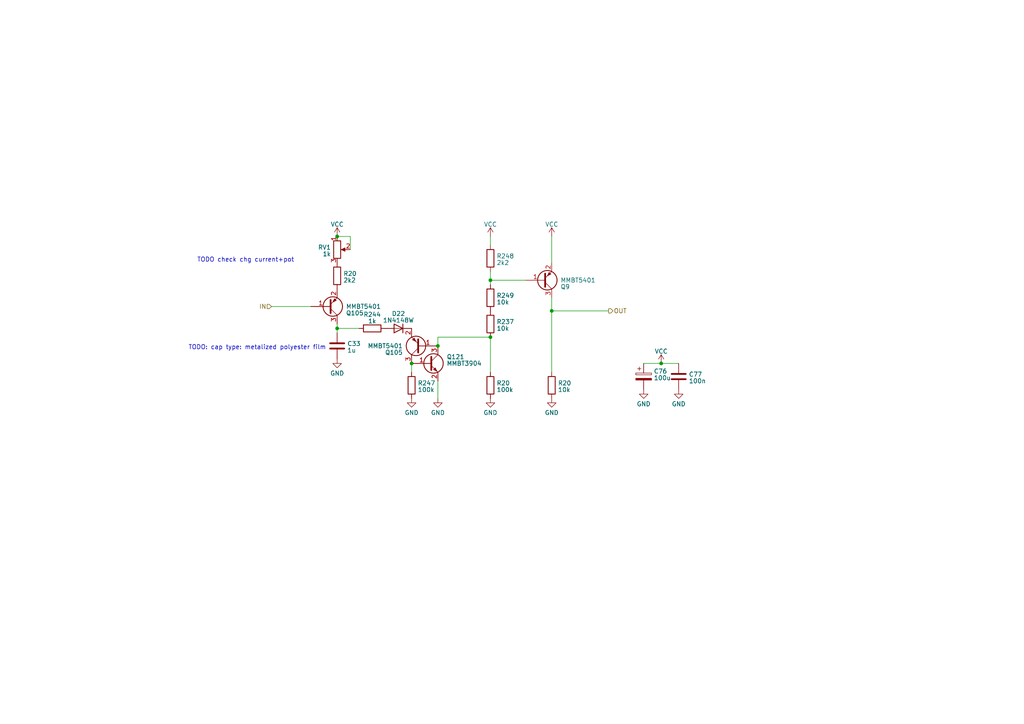
<source format=kicad_sch>
(kicad_sch (version 20230121) (generator eeschema)
  (paper "A4")
  (lib_symbols
    (symbol "Device:C" (pin_numbers hide) (pin_names (offset 0.254))
      (property "Reference" "C" (at 0.635 2.54 0))
      (property "Value" "C" (at 0.635 -2.54 0))
      (symbol "C_0_1"
        (polyline (pts (xy -2.032 -0.762) (xy 2.032 -0.762)) (stroke (width 0.508)))
        (polyline (pts (xy -2.032 0.762) (xy 2.032 0.762)) (stroke (width 0.508)))
      )
      (symbol "C_1_1"
        (pin passive line (at 0 3.81 270) (length 2.794) (name "~") (number "1"))
        (pin passive line (at 0 -3.81 90) (length 2.794) (name "~") (number "2"))
      )
    )
    (symbol "Device:C_Polarized" (pin_numbers hide) (pin_names (offset 0.254))
      (property "Reference" "C" (at 0.635 2.54 0))
      (property "Value" "C_Polarized" (at 0.635 -2.54 0))
      (symbol "C_Polarized_0_1"
        (rectangle (start -2.286 0.508) (end 2.286 1.016))
        (polyline (pts (xy -1.778 2.286) (xy -0.762 2.286)))
        (polyline (pts (xy -1.27 2.794) (xy -1.27 1.778)))
        (rectangle (start 2.286 -0.508) (end -2.286 -1.016) (fill (type outline)))
      )
      (symbol "C_Polarized_1_1"
        (pin passive line (at 0 3.81 270) (length 2.794) (name "~") (number "1"))
        (pin passive line (at 0 -3.81 90) (length 2.794) (name "~") (number "2"))
      )
    )
    (symbol "Device:D" (pin_numbers hide) (pin_names (offset 1.016) hide)
      (property "Reference" "D" (at 0 2.54 0))
      (property "Value" "D" (at 0 -2.54 0))
      (symbol "D_0_1"
        (polyline (pts (xy -1.27 1.27) (xy -1.27 -1.27)) (stroke (width 0.254)))
        (polyline (pts (xy 1.27 0) (xy -1.27 0)))
        (polyline (pts (xy 1.27 1.27) (xy 1.27 -1.27) (xy -1.27 0) (xy 1.27 1.27)) (stroke (width 0.254)))
      )
      (symbol "D_1_1"
        (pin passive line (at -3.81 0 0) (length 2.54) (name "K") (number "1"))
        (pin passive line (at 3.81 0 180) (length 2.54) (name "A") (number "2"))
      )
    )
    (symbol "Device:R" (pin_numbers hide) (pin_names (offset 0))
      (property "Reference" "R" (at 2.032 0 90))
      (property "Value" "R" (at 0 0 90))
      (symbol "R_0_1"
        (rectangle (start -1.016 -2.54) (end 1.016 2.54) (stroke (width 0.254)))
      )
      (symbol "R_1_1"
        (pin passive line (at 0 3.81 270) (length 1.27) (name "~") (number "1"))
        (pin passive line (at 0 -3.81 90) (length 1.27) (name "~") (number "2"))
      )
    )
    (symbol "Device:R_Potentiometer" (pin_names (offset 1.016) hide)
      (property "Reference" "RV" (at -4.445 0 90))
      (property "Value" "R_Potentiometer" (at -2.54 0 90))
      (symbol "R_Potentiometer_0_1"
        (polyline (pts (xy 2.54 0) (xy 1.524 0)))
        (polyline (pts (xy 1.143 0) (xy 2.286 0.508) (xy 2.286 -0.508) (xy 1.143 0)) (fill (type outline)))
        (rectangle (start 1.016 2.54) (end -1.016 -2.54) (stroke (width 0.254)))
      )
      (symbol "R_Potentiometer_1_1"
        (pin passive line (at 0 3.81 270) (length 1.27) (name "1") (number "1"))
        (pin passive line (at 3.81 0 180) (length 1.27) (name "2") (number "2"))
        (pin passive line (at 0 -3.81 90) (length 1.27) (name "3") (number "3"))
      )
    )
    (symbol "Transistor_BJT:MMBT3904" (pin_names (offset 0) hide)
      (property "Reference" "Q" (at 5.08 1.905 0))
      (property "Value" "MMBT3904" (at 5.08 0 0))
      (symbol "MMBT3904_0_1"
        (polyline (pts (xy 0.635 0.635) (xy 2.54 2.54)))
        (polyline (pts (xy 0.635 -0.635) (xy 2.54 -2.54) (xy 2.54 -2.54)))
        (polyline (pts (xy 0.635 1.905) (xy 0.635 -1.905) (xy 0.635 -1.905)) (stroke (width 0.508)))
        (polyline (pts (xy 1.27 -1.778) (xy 1.778 -1.27) (xy 2.286 -2.286) (xy 1.27 -1.778) (xy 1.27 -1.778)) (fill (type outline)))
        (circle (center 1.27 0) (radius 2.8194) (stroke (width 0.254)))
      )
      (symbol "MMBT3904_1_1"
        (pin input line (at -5.08 0 0) (length 5.715) (name "B") (number "1"))
        (pin passive line (at 2.54 -5.08 90) (length 2.54) (name "E") (number "2"))
        (pin passive line (at 2.54 5.08 270) (length 2.54) (name "C") (number "3"))
      )
    )
    (symbol "Transistor_BJT:MMBT3906" (pin_names (offset 0) hide)
      (property "Reference" "Q" (at 5.08 1.905 0))
      (property "Value" "MMBT3906" (at 5.08 0 0))
      (symbol "MMBT3906_0_1"
        (polyline (pts (xy 0.635 0.635) (xy 2.54 2.54)))
        (polyline (pts (xy 0.635 -0.635) (xy 2.54 -2.54) (xy 2.54 -2.54)))
        (polyline (pts (xy 0.635 1.905) (xy 0.635 -1.905) (xy 0.635 -1.905)) (stroke (width 0.508)))
        (polyline (pts (xy 2.286 -1.778) (xy 1.778 -2.286) (xy 1.27 -1.27) (xy 2.286 -1.778) (xy 2.286 -1.778)) (fill (type outline)))
        (circle (center 1.27 0) (radius 2.8194) (stroke (width 0.254)))
      )
      (symbol "MMBT3906_1_1"
        (pin input line (at -5.08 0 0) (length 5.715) (name "B") (number "1"))
        (pin passive line (at 2.54 -5.08 90) (length 2.54) (name "E") (number "2"))
        (pin passive line (at 2.54 5.08 270) (length 2.54) (name "C") (number "3"))
      )
    )
    (symbol "power:GND" (power) (pin_names (offset 0))
      (property "Value" "GND" (at 0 -3.81 0))
      (symbol "GND_0_1"
        (polyline (pts (xy 0 0) (xy 0 -1.27) (xy 1.27 -1.27) (xy 0 -2.54) (xy -1.27 -1.27) (xy 0 -1.27)))
      )
      (symbol "GND_1_1"
        (pin power_in line (at 0 0 270) (length 0) hide (name "GND") (number "1"))
      )
    )
    (symbol "power:VCC" (power) (pin_names (offset 0))
      (property "Value" "VCC" (at 0 3.81 0))
      (symbol "VCC_0_1"
        (polyline (pts (xy -0.762 1.27) (xy 0 2.54)))
        (polyline (pts (xy 0 0) (xy 0 2.54)))
        (polyline (pts (xy 0 2.54) (xy 0.762 1.27)))
      )
      (symbol "VCC_1_1"
        (pin power_in line (at 0 0 90) (length 0) hide (name "VCC") (number "1"))
      )
    )
  )
  (junction (at 119.38 105.41))
  (junction (at 97.79 95.25))
  (junction (at 142.24 81.28))
  (junction (at 160.02 90.17))
  (junction (at 97.79 68.58))
  (junction (at 191.77 105.41))
  (junction (at 127 100.33))
  (junction (at 142.24 97.79))
  (wire (pts (xy 160.02 107.95) (xy 160.02 90.17)))
  (wire (pts (xy 127 115.57) (xy 127 110.49)))
  (wire (pts (xy 142.24 81.28) (xy 152.4 81.28)))
  (wire (pts (xy 101.6 72.39) (xy 101.6 68.58)))
  (wire (pts (xy 186.69 105.41) (xy 191.77 105.41)))
  (wire (pts (xy 160.02 68.58) (xy 160.02 76.2)))
  (wire (pts (xy 142.24 68.58) (xy 142.24 71.12)))
  (wire (pts (xy 127 97.79) (xy 127 100.33)))
  (wire (pts (xy 127 97.79) (xy 142.24 97.79)))
  (wire (pts (xy 97.79 95.25) (xy 97.79 93.98)))
  (wire (pts (xy 78.74 88.9) (xy 90.17 88.9)))
  (wire (pts (xy 142.24 97.79) (xy 142.24 107.95)))
  (wire (pts (xy 191.77 105.41) (xy 196.85 105.41)))
  (wire (pts (xy 119.38 107.95) (xy 119.38 105.41)))
  (wire (pts (xy 160.02 90.17) (xy 176.53 90.17)))
  (wire (pts (xy 142.24 81.28) (xy 142.24 82.55)))
  (wire (pts (xy 101.6 68.58) (xy 97.79 68.58)))
  (wire (pts (xy 97.79 95.25) (xy 104.14 95.25)))
  (wire (pts (xy 97.79 96.52) (xy 97.79 95.25)))
  (wire (pts (xy 160.02 90.17) (xy 160.02 86.36)))
  (wire (pts (xy 142.24 78.74) (xy 142.24 81.28)))
  (text "TODO: cap type: metalized polyester film" (at 54.61 101.6 0) (effects (font (size 1.27 1.27)) (justify left bottom)))
  (text "TODO check chg current+pot" (at 57.15 76.2 0) (effects (font (size 1.27 1.27)) (justify left bottom)))
  (hierarchical_label "IN" (shape input) (at 78.74 88.9 180))
  (hierarchical_label "OUT" (shape output) (at 176.53 90.17 0))
  (symbol (lib_id "power:GND") (at 142.24 115.57 0) (unit 1)
    (property "Reference" "#PWR09" (effects hide))
    (property "Value" "GND" (at 142.24 119.7055 0))
    (instances (project "transistor_clock" (path "" (reference "#PWR09") (unit 1)) (path "" (reference "#PWR0112") (unit 1)) (path "" (reference "#PWR0131") (unit 1)) (path "" (reference "#PWR0162") (unit 1)) (path "" (reference "#PWR0181") (unit 1)) (path "" (reference "#PWR0208") (unit 1)) (path "" (reference "#PWR0244") (unit 1))))
  )
  (symbol (lib_id "Transistor_BJT:MMBT3906") (at 121.92 100.33 180) (unit 1)
    (property "Reference" "Q105" (at 116.84 102.235 0) (effects (justify left)))
    (property "Value" "MMBT5401" (at 116.84 100.33 0) (effects (justify left)))
    (property "Footprint" "Package_TO_SOT_SMD:SOT-23" (effects hide))
    (property "Datasheet" "https://www.onsemi.com/pub/Collateral/2N3906-D.PDF" (effects hide))
    (property "Assembly" "True" (effects hide))
    (property "LCSC_PN" "C8326" (effects hide))
    (property "Price" "0.0137" (effects hide))
    (instances (project "transistor_clock" (path "" (reference "Q105") (unit 1)) (path "" (reference "Q75") (unit 1)) (path "" (reference "Q10") (unit 1)) (path "" (reference "Q120") (unit 1)) (path "" (reference "Q9") (unit 1)) (path "" (reference "Q123") (unit 1)) (path "" (reference "Q116") (unit 1)) (path "" (reference "Q110") (unit 1))))
  )
  (symbol (lib_id "Device:R") (at 97.79 80.01 180) (unit 1)
    (property "Reference" "R20" (at 99.568 79.3663 0) (effects (justify right)))
    (property "Value" "2k2" (at 99.568 81.2873 0) (effects (justify right)))
    (property "Footprint" "Resistor_SMD:R_0603_1608Metric" (effects hide))
    (property "Assembly" "True" (effects hide))
    (property "LCSC_PN" "C21190" (effects hide))
    (property "Price" "0.0005" (effects hide))
    (instances (project "transistor_clock" (path "" (reference "R20") (unit 1)) (path "" (reference "R247") (unit 1)) (path "" (reference "R241") (unit 1)) (path "" (reference "R157") (unit 1)) (path "" (reference "R147") (unit 1)) (path "" (reference "R56") (unit 1)) (path "" (reference "R213") (unit 1)) (path "" (reference "R243") (unit 1))))
  )
  (symbol (lib_id "power:GND") (at 127 115.57 0) (unit 1)
    (property "Reference" "#PWR09" (effects hide))
    (property "Value" "GND" (at 127 119.7055 0))
    (instances (project "transistor_clock" (path "" (reference "#PWR09") (unit 1)) (path "" (reference "#PWR0112") (unit 1)) (path "" (reference "#PWR0131") (unit 1)) (path "" (reference "#PWR0162") (unit 1)) (path "" (reference "#PWR0181") (unit 1)) (path "" (reference "#PWR0205") (unit 1)) (path "" (reference "#PWR0242") (unit 1))))
  )
  (symbol (lib_id "Transistor_BJT:MMBT3906") (at 95.25 88.9 0) (mirror x) (unit 1)
    (property "Reference" "Q105" (at 100.33 90.805 0) (effects (justify left)))
    (property "Value" "MMBT5401" (at 100.33 88.9 0) (effects (justify left)))
    (property "Footprint" "Package_TO_SOT_SMD:SOT-23" (effects hide))
    (property "Datasheet" "https://www.onsemi.com/pub/Collateral/2N3906-D.PDF" (effects hide))
    (property "Assembly" "True" (effects hide))
    (property "LCSC_PN" "C8326" (effects hide))
    (property "Price" "0.0137" (effects hide))
    (instances (project "transistor_clock" (path "" (reference "Q105") (unit 1)) (path "" (reference "Q75") (unit 1)) (path "" (reference "Q10") (unit 1)) (path "" (reference "Q119") (unit 1)) (path "" (reference "Q9") (unit 1)) (path "" (reference "Q122") (unit 1)) (path "" (reference "Q116") (unit 1)) (path "" (reference "Q110") (unit 1))))
  )
  (symbol (lib_id "Device:C") (at 97.79 100.33 180) (unit 1)
    (property "Reference" "C33" (at 100.711 99.6863 0) (effects (justify right)))
    (property "Value" "1u" (at 100.711 101.6073 0) (effects (justify right)))
    (instances (project "transistor_clock" (path "" (reference "C33") (unit 1)) (path "" (reference "C2") (unit 1)) (path "" (reference "C46") (unit 1)) (path "" (reference "C1") (unit 1)) (path "" (reference "C55") (unit 1)) (path "" (reference "C54") (unit 1)) (path "" (reference "C51") (unit 1)) (path "" (reference "C71") (unit 1))))
  )
  (symbol (lib_id "power:VCC") (at 142.24 68.58 0) (unit 1)
    (property "Reference" "#PWR022" (effects hide))
    (property "Value" "VCC" (at 142.24 65.0781 0))
    (instances (project "transistor_clock" (path "" (reference "#PWR022") (unit 1)) (path "" (reference "#PWR0114") (unit 1)) (path "" (reference "#PWR0133") (unit 1)) (path "" (reference "#PWR0164") (unit 1)) (path "" (reference "#PWR0191") (unit 1)) (path "" (reference "#PWR0200") (unit 1)) (path "" (reference "#PWR0243") (unit 1))))
  )
  (symbol (lib_id "power:VCC") (at 97.79 68.58 0) (unit 1)
    (property "Reference" "#PWR022" (effects hide))
    (property "Value" "VCC" (at 97.79 65.0781 0))
    (instances (project "transistor_clock" (path "" (reference "#PWR022") (unit 1)) (path "" (reference "#PWR0114") (unit 1)) (path "" (reference "#PWR0133") (unit 1)) (path "" (reference "#PWR0164") (unit 1)) (path "" (reference "#PWR0191") (unit 1)) (path "" (reference "#PWR0202") (unit 1)) (path "" (reference "#PWR0237") (unit 1))))
  )
  (symbol (lib_id "Device:C") (at 196.85 109.22 180) (unit 1)
    (property "Reference" "C77" (at 199.771 108.5763 0) (effects (justify right)))
    (property "Value" "100n" (at 199.771 110.4973 0) (effects (justify right)))
    (property "Footprint" "Capacitor_SMD:C_0603_1608Metric" (effects hide))
    (instances (project "transistor_clock" (path "" (reference "C77") (unit 1)) (path "" (reference "C54") (unit 1)) (path "" (reference "C1") (unit 1)) (path "" (reference "C51") (unit 1)) (path "" (reference "C73") (unit 1)) (path "" (reference "C33") (unit 1)) (path "" (reference "C2") (unit 1)) (path "" (reference "C46") (unit 1))))
  )
  (symbol (lib_id "Device:C_Polarized") (at 186.69 109.22 0) (unit 1)
    (property "Reference" "C76" (at 189.611 107.6873 0) (effects (justify left)))
    (property "Value" "100u" (at 189.611 109.6083 0) (effects (justify left)))
    (property "Assembly" "False" (effects hide))
    (instances (project "transistor_clock" (path "" (reference "C76") (unit 1)) (path "" (reference "C72") (unit 1))))
  )
  (symbol (lib_id "power:GND") (at 119.38 115.57 0) (unit 1)
    (property "Reference" "#PWR09" (effects hide))
    (property "Value" "GND" (at 119.38 119.7055 0))
    (instances (project "transistor_clock" (path "" (reference "#PWR09") (unit 1)) (path "" (reference "#PWR0112") (unit 1)) (path "" (reference "#PWR0131") (unit 1)) (path "" (reference "#PWR0162") (unit 1)) (path "" (reference "#PWR0181") (unit 1)) (path "" (reference "#PWR0204") (unit 1)) (path "" (reference "#PWR0241") (unit 1))))
  )
  (symbol (lib_id "Device:R") (at 142.24 74.93 0) (unit 1)
    (property "Reference" "R248" (at 144.018 74.2863 0) (effects (justify left)))
    (property "Value" "2k2" (at 144.018 76.2073 0) (effects (justify left)))
    (property "Footprint" "Resistor_SMD:R_0603_1608Metric" (effects hide))
    (property "Assembly" "True" (effects hide))
    (property "LCSC_PN" "C21190" (effects hide))
    (property "Price" "0.0005" (effects hide))
    (instances (project "transistor_clock" (path "" (reference "R248") (unit 1)) (path "" (reference "R252") (unit 1)) (path "" (reference "R241") (unit 1)) (path "" (reference "R157") (unit 1)) (path "" (reference "R147") (unit 1)) (path "" (reference "R56") (unit 1)) (path "" (reference "R20") (unit 1)) (path "" (reference "R213") (unit 1))))
  )
  (symbol (lib_id "Device:R") (at 107.95 95.25 90) (unit 1)
    (property "Reference" "R244" (at 107.95 91.2241 90))
    (property "Value" "1k" (at 107.95 93.1451 90))
    (property "Footprint" "Resistor_SMD:R_0603_1608Metric" (effects hide))
    (property "Assembly" "True" (effects hide))
    (property "LCSC_PN" "C21190" (effects hide))
    (property "Price" "0.0005" (effects hide))
    (instances (project "transistor_clock" (path "" (reference "R244") (unit 1)) (path "" (reference "R213") (unit 1)) (path "" (reference "R20") (unit 1)) (path "" (reference "R56") (unit 1)) (path "" (reference "R147") (unit 1)) (path "" (reference "R157") (unit 1)) (path "" (reference "R241") (unit 1)) (path "" (reference "R248") (unit 1))))
  )
  (symbol (lib_id "Device:R") (at 142.24 93.98 0) (unit 1)
    (property "Reference" "R237" (at 144.018 93.3363 0) (effects (justify left)))
    (property "Value" "10k" (at 144.018 95.2573 0) (effects (justify left)))
    (property "Footprint" "Resistor_SMD:R_0603_1608Metric" (effects hide))
    (property "Assembly" "True" (effects hide))
    (property "LCSC_PN" "C25804" (effects hide))
    (property "Price" "0.0008" (effects hide))
    (instances (project "transistor_clock" (path "" (reference "R237") (unit 1)) (path "" (reference "R213") (unit 1)) (path "" (reference "R20") (unit 1)) (path "" (reference "R56") (unit 1)) (path "" (reference "R147") (unit 1)) (path "" (reference "R157") (unit 1)) (path "" (reference "R225") (unit 1)) (path "" (reference "R254") (unit 1))))
  )
  (symbol (lib_id "Device:R") (at 119.38 111.76 0) (unit 1)
    (property "Reference" "R247" (at 121.158 111.1163 0) (effects (justify left)))
    (property "Value" "100k" (at 121.158 113.0373 0) (effects (justify left)))
    (property "Footprint" "Resistor_SMD:R_0603_1608Metric" (effects hide))
    (property "Assembly" "True" (effects hide))
    (property "LCSC_PN" "C25803" (effects hide))
    (property "Price" "0.0009" (effects hide))
    (instances (project "transistor_clock" (path "" (reference "R247") (unit 1)) (path "" (reference "R213") (unit 1)) (path "" (reference "R20") (unit 1)) (path "" (reference "R56") (unit 1)) (path "" (reference "R147") (unit 1)) (path "" (reference "R157") (unit 1)) (path "" (reference "R225") (unit 1)) (path "" (reference "R249") (unit 1))))
  )
  (symbol (lib_id "power:GND") (at 186.69 113.03 0) (unit 1)
    (property "Reference" "#PWR09" (effects hide))
    (property "Value" "GND" (at 186.69 117.1655 0))
    (instances (project "transistor_clock" (path "" (reference "#PWR09") (unit 1)) (path "" (reference "#PWR0112") (unit 1)) (path "" (reference "#PWR0131") (unit 1)) (path "" (reference "#PWR0162") (unit 1)) (path "" (reference "#PWR0181") (unit 1)) (path "" (reference "#PWR0253") (unit 1)) (path "" (reference "#PWR0247") (unit 1))))
  )
  (symbol (lib_id "power:GND") (at 160.02 115.57 0) (unit 1)
    (property "Reference" "#PWR09" (effects hide))
    (property "Value" "GND" (at 160.02 119.7055 0))
    (instances (project "transistor_clock" (path "" (reference "#PWR09") (unit 1)) (path "" (reference "#PWR0112") (unit 1)) (path "" (reference "#PWR0131") (unit 1)) (path "" (reference "#PWR0162") (unit 1)) (path "" (reference "#PWR0181") (unit 1)) (path "" (reference "#PWR0208") (unit 1)) (path "" (reference "#PWR0246") (unit 1))))
  )
  (symbol (lib_id "Device:R_Potentiometer") (at 97.79 72.39 0) (unit 1)
    (property "Reference" "RV1" (at 96.0121 71.7463 0) (effects (justify right)))
    (property "Value" "1k" (at 96.0121 73.6673 0) (effects (justify right)))
    (property "Assembly" "False" (effects hide))
    (instances (project "transistor_clock" (path "" (reference "RV1") (unit 1)) (path "" (reference "RV2") (unit 1))))
  )
  (symbol (lib_id "power:GND") (at 97.79 104.14 0) (unit 1)
    (property "Reference" "#PWR09" (effects hide))
    (property "Value" "GND" (at 97.79 108.2755 0))
    (instances (project "transistor_clock" (path "" (reference "#PWR09") (unit 1)) (path "" (reference "#PWR0112") (unit 1)) (path "" (reference "#PWR0131") (unit 1)) (path "" (reference "#PWR0162") (unit 1)) (path "" (reference "#PWR0181") (unit 1)) (path "" (reference "#PWR0203") (unit 1)) (path "" (reference "#PWR0238") (unit 1))))
  )
  (symbol (lib_id "Device:R") (at 160.02 111.76 0) (unit 1)
    (property "Reference" "R20" (at 161.798 111.1163 0) (effects (justify left)))
    (property "Value" "10k" (at 161.798 113.0373 0) (effects (justify left)))
    (property "Footprint" "Resistor_SMD:R_0603_1608Metric" (effects hide))
    (property "Assembly" "True" (effects hide))
    (property "LCSC_PN" "C25804" (effects hide))
    (property "Price" "0.0008" (effects hide))
    (instances (project "transistor_clock" (path "" (reference "R20") (unit 1)) (path "" (reference "R253") (unit 1)) (path "" (reference "R225") (unit 1)) (path "" (reference "R157") (unit 1)) (path "" (reference "R147") (unit 1)) (path "" (reference "R56") (unit 1)) (path "" (reference "R213") (unit 1)) (path "" (reference "R251") (unit 1))))
  )
  (symbol (lib_id "Transistor_BJT:MMBT3904") (at 124.46 105.41 0) (unit 1)
    (property "Reference" "Q121" (at 129.54 103.505 0) (effects (justify left)))
    (property "Value" "MMBT3904" (at 129.54 105.41 0) (effects (justify left)))
    (property "Footprint" "Package_TO_SOT_SMD:SOT-23" (effects hide))
    (property "Datasheet" "https://www.onsemi.com/pub/Collateral/2N3903-D.PDF" (effects hide))
    (property "Assembly" "True" (effects hide))
    (property "LCSC_PN" "C20526" (effects hide))
    (property "Price" "0.0094" (effects hide))
    (instances (project "transistor_clock" (path "" (reference "Q121") (unit 1)) (path "" (reference "Q107") (unit 1)) (path "" (reference "Q11") (unit 1)) (path "" (reference "Q28") (unit 1)) (path "" (reference "Q74") (unit 1)) (path "" (reference "Q79") (unit 1)) (path "" (reference "Q113") (unit 1)) (path "" (reference "Q124") (unit 1))))
  )
  (symbol (lib_id "Device:R") (at 142.24 111.76 0) (unit 1)
    (property "Reference" "R20" (at 144.018 111.1163 0) (effects (justify left)))
    (property "Value" "100k" (at 144.018 113.0373 0) (effects (justify left)))
    (property "Footprint" "Resistor_SMD:R_0603_1608Metric" (effects hide))
    (property "Assembly" "True" (effects hide))
    (property "LCSC_PN" "C25803" (effects hide))
    (property "Price" "0.0009" (effects hide))
    (instances (project "transistor_clock" (path "" (reference "R20") (unit 1)) (path "" (reference "R253") (unit 1)) (path "" (reference "R225") (unit 1)) (path "" (reference "R157") (unit 1)) (path "" (reference "R147") (unit 1)) (path "" (reference "R56") (unit 1)) (path "" (reference "R213") (unit 1)) (path "" (reference "R250") (unit 1))))
  )
  (symbol (lib_id "Transistor_BJT:MMBT3906") (at 157.48 81.28 0) (mirror x) (unit 1)
    (property "Reference" "Q9" (at 162.56 83.185 0) (effects (justify left)))
    (property "Value" "MMBT5401" (at 162.56 81.28 0) (effects (justify left)))
    (property "Footprint" "Package_TO_SOT_SMD:SOT-23" (effects hide))
    (property "Datasheet" "https://www.onsemi.com/pub/Collateral/2N3906-D.PDF" (effects hide))
    (property "Assembly" "True" (effects hide))
    (property "LCSC_PN" "C8326" (effects hide))
    (property "Price" "0.0137" (effects hide))
    (instances (project "transistor_clock" (path "" (reference "Q9") (unit 1)) (path "" (reference "Q122") (unit 1)) (path "" (reference "Q116") (unit 1)) (path "" (reference "Q110") (unit 1)) (path "" (reference "Q75") (unit 1)) (path "" (reference "Q10") (unit 1)) (path "" (reference "Q105") (unit 1)) (path "" (reference "Q122") (unit 1))))
  )
  (symbol (lib_id "power:VCC") (at 191.77 105.41 0) (unit 1)
    (property "Reference" "#PWR022" (effects hide))
    (property "Value" "VCC" (at 191.77 101.9081 0))
    (instances (project "transistor_clock" (path "" (reference "#PWR022") (unit 1)) (path "" (reference "#PWR0114") (unit 1)) (path "" (reference "#PWR0133") (unit 1)) (path "" (reference "#PWR0164") (unit 1)) (path "" (reference "#PWR0191") (unit 1)) (path "" (reference "#PWR0261") (unit 1)) (path "" (reference "#PWR0248") (unit 1))))
  )
  (symbol (lib_id "Device:R") (at 142.24 86.36 0) (unit 1)
    (property "Reference" "R249" (at 144.018 85.7163 0) (effects (justify left)))
    (property "Value" "10k" (at 144.018 87.6373 0) (effects (justify left)))
    (property "Footprint" "Resistor_SMD:R_0603_1608Metric" (effects hide))
    (property "Assembly" "True" (effects hide))
    (property "LCSC_PN" "C25804" (effects hide))
    (property "Price" "0.0008" (effects hide))
    (instances (project "transistor_clock" (path "" (reference "R249") (unit 1)) (path "" (reference "R213") (unit 1)) (path "" (reference "R20") (unit 1)) (path "" (reference "R56") (unit 1)) (path "" (reference "R147") (unit 1)) (path "" (reference "R157") (unit 1)) (path "" (reference "R225") (unit 1)) (path "" (reference "R254") (unit 1))))
  )
  (symbol (lib_id "power:VCC") (at 160.02 68.58 0) (unit 1)
    (property "Reference" "#PWR022" (effects hide))
    (property "Value" "VCC" (at 160.02 65.0781 0))
    (instances (project "transistor_clock" (path "" (reference "#PWR022") (unit 1)) (path "" (reference "#PWR0114") (unit 1)) (path "" (reference "#PWR0133") (unit 1)) (path "" (reference "#PWR0164") (unit 1)) (path "" (reference "#PWR0191") (unit 1)) (path "" (reference "#PWR0200") (unit 1)) (path "" (reference "#PWR0245") (unit 1))))
  )
  (symbol (lib_id "Device:D") (at 115.57 95.25 180) (unit 1)
    (property "Reference" "D22" (at 115.57 90.9701 0))
    (property "Value" "1N4148W" (at 115.57 92.8911 0))
    (property "Footprint" "Diode_SMD:D_SOD-123" (effects hide))
    (property "Sim.Device" "D" (effects hide))
    (property "Sim.Pins" "1=K 2=A" (effects hide))
    (property "Assembly" "True" (effects hide))
    (property "LCSC_PN" "C81598" (effects hide))
    (property "Price" "0.0061" (effects hide))
    (instances (project "transistor_clock" (path "" (reference "D22") (unit 1)) (path "" (reference "D253") (unit 1)) (path "" (reference "D252") (unit 1)) (path "" (reference "D249") (unit 1)) (path "" (reference "D293") (unit 1)) (path "" (reference "D124") (unit 1)) (path "" (reference "D23") (unit 1)) (path "" (reference "D246") (unit 1))))
  )
  (symbol (lib_id "power:GND") (at 196.85 113.03 0) (unit 1)
    (property "Reference" "#PWR09" (effects hide))
    (property "Value" "GND" (at 196.85 117.1655 0))
    (instances (project "transistor_clock" (path "" (reference "#PWR09") (unit 1)) (path "" (reference "#PWR0112") (unit 1)) (path "" (reference "#PWR0131") (unit 1)) (path "" (reference "#PWR0162") (unit 1)) (path "" (reference "#PWR0181") (unit 1)) (path "" (reference "#PWR0260") (unit 1)) (path "" (reference "#PWR0249") (unit 1))))
  )
)
</source>
